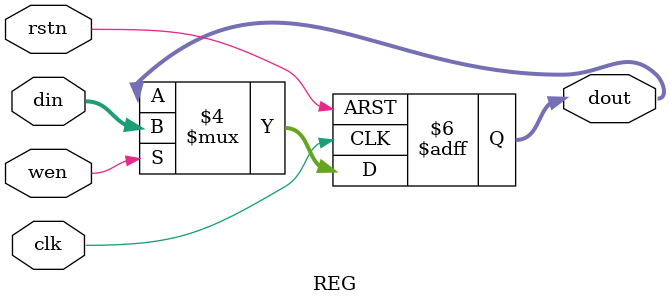
<source format=v>
`timescale 1ns / 1ps

/*
    ================================   REG module   ================================
    Author:         Wintermelon
    Last Edit:      2022.4.11

    This is a common register.
    Synchronous setting number, asynchronous reset.  
*/

module REG
#(
    parameter DATA_WIDTH = 32           // data width
)
(
    input [DATA_WIDTH-1 : 0] din,       // data input
    input clk, rstn, wen,               // control signals
    output reg [DATA_WIDTH-1 : 0] dout  // data output and storage
);
    initial begin
        dout <= 0;
    end
    
    always @(posedge clk or negedge rstn) begin 
        if (~rstn) begin
            dout <= 0;
        end
        else begin
            if (wen) 
                dout <= din;
        end
    end
endmodule

</source>
